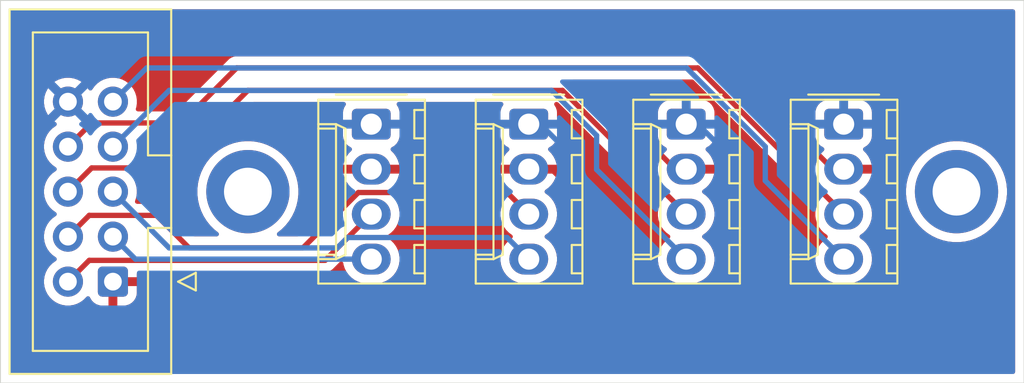
<source format=kicad_pcb>
(kicad_pcb (version 20241229) (generator "pcbnew") (generator_version "9.0")
  (layers (0 "F.Cu" signal) (2 "B.Cu" signal) (13 "F.Paste" user) (15 "B.Paste" user) (5 "F.SilkS" user "F.Silkscreen") (7 "B.SilkS" user "B.Silkscreen") (1 "F.Mask" user) (3 "B.Mask" user) (25 "Edge.Cuts" user))
  (net 0 "")
  (net 3 "/PIN_8")
  (net 4 "/PIN_2")
  (net 5 "/PIN_4")
  (net 6 "/PIN_6")
  (net 7 "/PIN_3")
  (net 8 "/PIN_7")
  (net 9 "/PIN_5")
  (net 10 "/POWER")
  (net 11 "/GND")
  (net 12 "/PIN_1")
  (footprint "MountingHole:MountingHole_2.7mm_M2.5_DIN965_Pad" (layer "F.Cu") (at 102.235 88.9)
    (property "Reference" "H3" (hide yes))
    (property "Value" "MountingHole_Pad" (hide yes))
    (pad "1" thru_hole circle (at 0 0) (size 4.7 4.7) (drill 2.7) (layers "*.Cu" "*.Mask"))
  )
  (footprint "Connector_Molex:Molex_KK-254_AE-6410-04A_1x04_P2.54mm_Vertical" (layer "F.Cu") (at 109.2 85.09 -90)
    (property "Reference" "J10" (hide yes))
    (property "Value" "1")
    (fp_line (start -1.38 2.99) (end 9 2.99) (stroke (width 0.12)) (layer "F.SilkS"))
    (fp_line (start 0 2.99) (end 0 1.99) (stroke (width 0.12)) (layer "F.SilkS"))
    (fp_line (start 0.25 2.99) (end 0.25 1.99) (stroke (width 0.12)) (layer "F.SilkS"))
    (fp_line (start 7.37 2.99) (end 7.37 1.99) (stroke (width 0.12)) (layer "F.SilkS"))
    (fp_line (start 9 2.99) (end 9 -3.03) (stroke (width 0.12)) (layer "F.SilkS"))
    (fp_line (start 0 1.99) (end 7.62 1.99) (stroke (width 0.12)) (layer "F.SilkS"))
    (fp_line (start 0 1.99) (end 0.25 1.46) (stroke (width 0.12)) (layer "F.SilkS"))
    (fp_line (start 7.62 1.99) (end 7.62 2.99) (stroke (width 0.12)) (layer "F.SilkS"))
    (fp_line (start 0.25 1.46) (end 7.37 1.46) (stroke (width 0.12)) (layer "F.SilkS"))
    (fp_line (start 7.37 1.46) (end 7.62 1.99) (stroke (width 0.12)) (layer "F.SilkS"))
    (fp_line (start -1.67 -2) (end -1.67 2) (stroke (width 0.12)) (layer "F.SilkS"))
    (fp_line (start -0.8 -2.43) (end 0.8 -2.43) (stroke (width 0.12)) (layer "F.SilkS"))
    (fp_line (start 0.8 -2.43) (end 0.8 -3.03) (stroke (width 0.12)) (layer "F.SilkS"))
    (fp_line (start 1.74 -2.43) (end 3.34 -2.43) (stroke (width 0.12)) (layer "F.SilkS"))
    (fp_line (start 3.34 -2.43) (end 3.34 -3.03) (stroke (width 0.12)) (layer "F.SilkS"))
    (fp_line (start 4.28 -2.43) (end 5.88 -2.43) (stroke (width 0.12)) (layer "F.SilkS"))
    (fp_line (start 5.88 -2.43) (end 5.88 -3.03) (stroke (width 0.12)) (layer "F.SilkS"))
    (fp_line (start 6.82 -2.43) (end 8.42 -2.43) (stroke (width 0.12)) (layer "F.SilkS"))
    (fp_line (start 8.42 -2.43) (end 8.42 -3.03) (stroke (width 0.12)) (layer "F.SilkS"))
    (fp_line (start -1.38 -3.03) (end -1.38 2.99) (stroke (width 0.12)) (layer "F.SilkS"))
    (fp_line (start -0.8 -3.03) (end -0.8 -2.43) (stroke (width 0.12)) (layer "F.SilkS"))
    (fp_line (start 1.74 -3.03) (end 1.74 -2.43) (stroke (width 0.12)) (layer "F.SilkS"))
    (fp_line (start 4.28 -3.03) (end 4.28 -2.43) (stroke (width 0.12)) (layer "F.SilkS"))
    (fp_line (start 6.82 -3.03) (end 6.82 -2.43) (stroke (width 0.12)) (layer "F.SilkS"))
    (fp_line (start 9 -3.03) (end -1.38 -3.03) (stroke (width 0.12)) (layer "F.SilkS"))
    (pad "1" thru_hole roundrect (at 0 0 270) (size 1.74 2.19) (drill 1.19) (layers "*.Cu" "*.Mask") (roundrect_rratio 0.143678) (net 10 "/POWER"))
    (pad "2" thru_hole oval (at 2.54 0 270) (size 1.74 2.19) (drill 1.19) (layers "*.Cu" "*.Mask") (net 11 "/GND"))
    (pad "3" thru_hole oval (at 5.08 0 270) (size 1.74 2.19) (drill 1.19) (layers "*.Cu" "*.Mask") (net 12 "/PIN_1"))
    (pad "4" thru_hole oval (at 7.62 0 270) (size 1.74 2.19) (drill 1.19) (layers "*.Cu" "*.Mask") (net 4 "/PIN_2"))
  )
  (footprint "Connector_Molex:Molex_KK-254_AE-6410-04A_1x04_P2.54mm_Vertical" (layer "F.Cu") (at 126.98 85.09 -90)
    (property "Reference" "J12" (hide yes))
    (property "Value" "3")
    (fp_line (start -1.38 2.99) (end 9 2.99) (stroke (width 0.12)) (layer "F.SilkS"))
    (fp_line (start 0 2.99) (end 0 1.99) (stroke (width 0.12)) (layer "F.SilkS"))
    (fp_line (start 0.25 2.99) (end 0.25 1.99) (stroke (width 0.12)) (layer "F.SilkS"))
    (fp_line (start 7.37 2.99) (end 7.37 1.99) (stroke (width 0.12)) (layer "F.SilkS"))
    (fp_line (start 9 2.99) (end 9 -3.03) (stroke (width 0.12)) (layer "F.SilkS"))
    (fp_line (start 0 1.99) (end 7.62 1.99) (stroke (width 0.12)) (layer "F.SilkS"))
    (fp_line (start 0 1.99) (end 0.25 1.46) (stroke (width 0.12)) (layer "F.SilkS"))
    (fp_line (start 7.62 1.99) (end 7.62 2.99) (stroke (width 0.12)) (layer "F.SilkS"))
    (fp_line (start 0.25 1.46) (end 7.37 1.46) (stroke (width 0.12)) (layer "F.SilkS"))
    (fp_line (start 7.37 1.46) (end 7.62 1.99) (stroke (width 0.12)) (layer "F.SilkS"))
    (fp_line (start -1.67 -2) (end -1.67 2) (stroke (width 0.12)) (layer "F.SilkS"))
    (fp_line (start -0.8 -2.43) (end 0.8 -2.43) (stroke (width 0.12)) (layer "F.SilkS"))
    (fp_line (start 0.8 -2.43) (end 0.8 -3.03) (stroke (width 0.12)) (layer "F.SilkS"))
    (fp_line (start 1.74 -2.43) (end 3.34 -2.43) (stroke (width 0.12)) (layer "F.SilkS"))
    (fp_line (start 3.34 -2.43) (end 3.34 -3.03) (stroke (width 0.12)) (layer "F.SilkS"))
    (fp_line (start 4.28 -2.43) (end 5.88 -2.43) (stroke (width 0.12)) (layer "F.SilkS"))
    (fp_line (start 5.88 -2.43) (end 5.88 -3.03) (stroke (width 0.12)) (layer "F.SilkS"))
    (fp_line (start 6.82 -2.43) (end 8.42 -2.43) (stroke (width 0.12)) (layer "F.SilkS"))
    (fp_line (start 8.42 -2.43) (end 8.42 -3.03) (stroke (width 0.12)) (layer "F.SilkS"))
    (fp_line (start -1.38 -3.03) (end -1.38 2.99) (stroke (width 0.12)) (layer "F.SilkS"))
    (fp_line (start -0.8 -3.03) (end -0.8 -2.43) (stroke (width 0.12)) (layer "F.SilkS"))
    (fp_line (start 1.74 -3.03) (end 1.74 -2.43) (stroke (width 0.12)) (layer "F.SilkS"))
    (fp_line (start 4.28 -3.03) (end 4.28 -2.43) (stroke (width 0.12)) (layer "F.SilkS"))
    (fp_line (start 6.82 -3.03) (end 6.82 -2.43) (stroke (width 0.12)) (layer "F.SilkS"))
    (fp_line (start 9 -3.03) (end -1.38 -3.03) (stroke (width 0.12)) (layer "F.SilkS"))
    (pad "1" thru_hole roundrect (at 0 0 270) (size 1.74 2.19) (drill 1.19) (layers "*.Cu" "*.Mask") (roundrect_rratio 0.143678) (net 10 "/POWER"))
    (pad "2" thru_hole oval (at 2.54 0 270) (size 1.74 2.19) (drill 1.19) (layers "*.Cu" "*.Mask") (net 11 "/GND"))
    (pad "3" thru_hole oval (at 5.08 0 270) (size 1.74 2.19) (drill 1.19) (layers "*.Cu" "*.Mask") (net 9 "/PIN_5"))
    (pad "4" thru_hole oval (at 7.62 0 270) (size 1.74 2.19) (drill 1.19) (layers "*.Cu" "*.Mask") (net 6 "/PIN_6"))
  )
  (footprint "Connector_Molex:Molex_KK-254_AE-6410-04A_1x04_P2.54mm_Vertical" (layer "F.Cu") (at 135.87 85.09 -90)
    (property "Reference" "J13" (hide yes))
    (property "Value" "4")
    (fp_line (start -1.38 2.99) (end 9 2.99) (stroke (width 0.12)) (layer "F.SilkS"))
    (fp_line (start 0 2.99) (end 0 1.99) (stroke (width 0.12)) (layer "F.SilkS"))
    (fp_line (start 0.25 2.99) (end 0.25 1.99) (stroke (width 0.12)) (layer "F.SilkS"))
    (fp_line (start 7.37 2.99) (end 7.37 1.99) (stroke (width 0.12)) (layer "F.SilkS"))
    (fp_line (start 9 2.99) (end 9 -3.03) (stroke (width 0.12)) (layer "F.SilkS"))
    (fp_line (start 0 1.99) (end 7.62 1.99) (stroke (width 0.12)) (layer "F.SilkS"))
    (fp_line (start 0 1.99) (end 0.25 1.46) (stroke (width 0.12)) (layer "F.SilkS"))
    (fp_line (start 7.62 1.99) (end 7.62 2.99) (stroke (width 0.12)) (layer "F.SilkS"))
    (fp_line (start 0.25 1.46) (end 7.37 1.46) (stroke (width 0.12)) (layer "F.SilkS"))
    (fp_line (start 7.37 1.46) (end 7.62 1.99) (stroke (width 0.12)) (layer "F.SilkS"))
    (fp_line (start -1.67 -2) (end -1.67 2) (stroke (width 0.12)) (layer "F.SilkS"))
    (fp_line (start -0.8 -2.43) (end 0.8 -2.43) (stroke (width 0.12)) (layer "F.SilkS"))
    (fp_line (start 0.8 -2.43) (end 0.8 -3.03) (stroke (width 0.12)) (layer "F.SilkS"))
    (fp_line (start 1.74 -2.43) (end 3.34 -2.43) (stroke (width 0.12)) (layer "F.SilkS"))
    (fp_line (start 3.34 -2.43) (end 3.34 -3.03) (stroke (width 0.12)) (layer "F.SilkS"))
    (fp_line (start 4.28 -2.43) (end 5.88 -2.43) (stroke (width 0.12)) (layer "F.SilkS"))
    (fp_line (start 5.88 -2.43) (end 5.88 -3.03) (stroke (width 0.12)) (layer "F.SilkS"))
    (fp_line (start 6.82 -2.43) (end 8.42 -2.43) (stroke (width 0.12)) (layer "F.SilkS"))
    (fp_line (start 8.42 -2.43) (end 8.42 -3.03) (stroke (width 0.12)) (layer "F.SilkS"))
    (fp_line (start -1.38 -3.03) (end -1.38 2.99) (stroke (width 0.12)) (layer "F.SilkS"))
    (fp_line (start -0.8 -3.03) (end -0.8 -2.43) (stroke (width 0.12)) (layer "F.SilkS"))
    (fp_line (start 1.74 -3.03) (end 1.74 -2.43) (stroke (width 0.12)) (layer "F.SilkS"))
    (fp_line (start 4.28 -3.03) (end 4.28 -2.43) (stroke (width 0.12)) (layer "F.SilkS"))
    (fp_line (start 6.82 -3.03) (end 6.82 -2.43) (stroke (width 0.12)) (layer "F.SilkS"))
    (fp_line (start 9 -3.03) (end -1.38 -3.03) (stroke (width 0.12)) (layer "F.SilkS"))
    (pad "1" thru_hole roundrect (at 0 0 270) (size 1.74 2.19) (drill 1.19) (layers "*.Cu" "*.Mask") (roundrect_rratio 0.143678) (net 10 "/POWER"))
    (pad "2" thru_hole oval (at 2.54 0 270) (size 1.74 2.19) (drill 1.19) (layers "*.Cu" "*.Mask") (net 11 "/GND"))
    (pad "3" thru_hole oval (at 5.08 0 270) (size 1.74 2.19) (drill 1.19) (layers "*.Cu" "*.Mask") (net 8 "/PIN_7"))
    (pad "4" thru_hole oval (at 7.62 0 270) (size 1.74 2.19) (drill 1.19) (layers "*.Cu" "*.Mask") (net 3 "/PIN_8"))
  )
  (footprint "Connector_IDC:IDC-Header_2x05_P2.54mm_Vertical" (layer "F.Cu") (at 94.615 93.98 180)
    (property "Reference" "J1" (hide yes))
    (property "Value" "Conn_02x05_Odd_Even" (hide yes))
    (fp_line (start 5.83 15.37) (end -3.29 15.37) (stroke (width 0.12)) (layer "F.SilkS"))
    (fp_line (start 5.83 -5.21) (end 5.83 15.37) (stroke (width 0.12)) (layer "F.SilkS"))
    (fp_line (start 4.52 14.07) (end -1.98 14.07) (stroke (width 0.12)) (layer "F.SilkS"))
    (fp_line (start 4.52 -3.91) (end 4.52 14.07) (stroke (width 0.12)) (layer "F.SilkS"))
    (fp_line (start -1.98 14.07) (end -1.98 7.13) (stroke (width 0.12)) (layer "F.SilkS"))
    (fp_line (start -1.98 7.13) (end -1.98 7.13) (stroke (width 0.12)) (layer "F.SilkS"))
    (fp_line (start -1.98 7.13) (end -3.29 7.13) (stroke (width 0.12)) (layer "F.SilkS"))
    (fp_line (start -1.98 3.03) (end -1.98 -3.91) (stroke (width 0.12)) (layer "F.SilkS"))
    (fp_line (start -1.98 -3.91) (end 4.52 -3.91) (stroke (width 0.12)) (layer "F.SilkS"))
    (fp_line (start -3.29 15.37) (end -3.29 -5.21) (stroke (width 0.12)) (layer "F.SilkS"))
    (fp_line (start -3.29 3.03) (end -1.98 3.03) (stroke (width 0.12)) (layer "F.SilkS"))
    (fp_line (start -3.29 -5.21) (end 5.83 -5.21) (stroke (width 0.12)) (layer "F.SilkS"))
    (fp_line (start -3.68 0) (end -4.68 -0.5) (stroke (width 0.12)) (layer "F.SilkS"))
    (fp_line (start -4.68 0.5) (end -3.68 0) (stroke (width 0.12)) (layer "F.SilkS"))
    (fp_line (start -4.68 -0.5) (end -4.68 0.5) (stroke (width 0.12)) (layer "F.SilkS"))
    (pad "1" thru_hole roundrect (at 0 0 180) (size 1.7 1.7) (drill 1) (layers "*.Cu" "*.Mask") (roundrect_rratio 0.147059) (net 11 "/GND"))
    (pad "2" thru_hole circle (at 2.54 0 180) (size 1.7 1.7) (drill 1) (layers "*.Cu" "*.Mask") (net 12 "/PIN_1"))
    (pad "3" thru_hole circle (at 0 2.54 180) (size 1.7 1.7) (drill 1) (layers "*.Cu" "*.Mask") (net 4 "/PIN_2"))
    (pad "4" thru_hole circle (at 2.54 2.54 180) (size 1.7 1.7) (drill 1) (layers "*.Cu" "*.Mask") (net 7 "/PIN_3"))
    (pad "5" thru_hole circle (at 0 5.08 180) (size 1.7 1.7) (drill 1) (layers "*.Cu" "*.Mask") (net 5 "/PIN_4"))
    (pad "6" thru_hole circle (at 2.54 5.08 180) (size 1.7 1.7) (drill 1) (layers "*.Cu" "*.Mask") (net 9 "/PIN_5"))
    (pad "7" thru_hole circle (at 0 7.62 180) (size 1.7 1.7) (drill 1) (layers "*.Cu" "*.Mask") (net 6 "/PIN_6"))
    (pad "8" thru_hole circle (at 2.54 7.62 180) (size 1.7 1.7) (drill 1) (layers "*.Cu" "*.Mask") (net 8 "/PIN_7"))
    (pad "9" thru_hole circle (at 0 10.16 180) (size 1.7 1.7) (drill 1) (layers "*.Cu" "*.Mask") (net 3 "/PIN_8"))
    (pad "10" thru_hole circle (at 2.54 10.16 180) (size 1.7 1.7) (drill 1) (layers "*.Cu" "*.Mask") (net 10 "/POWER"))
  )
  (footprint "MountingHole:MountingHole_2.7mm_M2.5_DIN965_Pad" (layer "F.Cu") (at 142.24 88.9)
    (property "Reference" "H1" (hide yes))
    (property "Value" "MountingHole_Pad" (hide yes))
    (pad "1" thru_hole circle (at 0 0) (size 4.7 4.7) (drill 2.7) (layers "*.Cu" "*.Mask"))
  )
  (footprint "Connector_Molex:Molex_KK-254_AE-6410-04A_1x04_P2.54mm_Vertical" (layer "F.Cu") (at 118.09 85.09 -90)
    (property "Reference" "J11" (hide yes))
    (property "Value" "2")
    (fp_line (start -1.38 2.99) (end 9 2.99) (stroke (width 0.12)) (layer "F.SilkS"))
    (fp_line (start 0 2.99) (end 0 1.99) (stroke (width 0.12)) (layer "F.SilkS"))
    (fp_line (start 0.25 2.99) (end 0.25 1.99) (stroke (width 0.12)) (layer "F.SilkS"))
    (fp_line (start 7.37 2.99) (end 7.37 1.99) (stroke (width 0.12)) (layer "F.SilkS"))
    (fp_line (start 9 2.99) (end 9 -3.03) (stroke (width 0.12)) (layer "F.SilkS"))
    (fp_line (start 0 1.99) (end 7.62 1.99) (stroke (width 0.12)) (layer "F.SilkS"))
    (fp_line (start 0 1.99) (end 0.25 1.46) (stroke (width 0.12)) (layer "F.SilkS"))
    (fp_line (start 7.62 1.99) (end 7.62 2.99) (stroke (width 0.12)) (layer "F.SilkS"))
    (fp_line (start 0.25 1.46) (end 7.37 1.46) (stroke (width 0.12)) (layer "F.SilkS"))
    (fp_line (start 7.37 1.46) (end 7.62 1.99) (stroke (width 0.12)) (layer "F.SilkS"))
    (fp_line (start -1.67 -2) (end -1.67 2) (stroke (width 0.12)) (layer "F.SilkS"))
    (fp_line (start -0.8 -2.43) (end 0.8 -2.43) (stroke (width 0.12)) (layer "F.SilkS"))
    (fp_line (start 0.8 -2.43) (end 0.8 -3.03) (stroke (width 0.12)) (layer "F.SilkS"))
    (fp_line (start 1.74 -2.43) (end 3.34 -2.43) (stroke (width 0.12)) (layer "F.SilkS"))
    (fp_line (start 3.34 -2.43) (end 3.34 -3.03) (stroke (width 0.12)) (layer "F.SilkS"))
    (fp_line (start 4.28 -2.43) (end 5.88 -2.43) (stroke (width 0.12)) (layer "F.SilkS"))
    (fp_line (start 5.88 -2.43) (end 5.88 -3.03) (stroke (width 0.12)) (layer "F.SilkS"))
    (fp_line (start 6.82 -2.43) (end 8.42 -2.43) (stroke (width 0.12)) (layer "F.SilkS"))
    (fp_line (start 8.42 -2.43) (end 8.42 -3.03) (stroke (width 0.12)) (layer "F.SilkS"))
    (fp_line (start -1.38 -3.03) (end -1.38 2.99) (stroke (width 0.12)) (layer "F.SilkS"))
    (fp_line (start -0.8 -3.03) (end -0.8 -2.43) (stroke (width 0.12)) (layer "F.SilkS"))
    (fp_line (start 1.74 -3.03) (end 1.74 -2.43) (stroke (width 0.12)) (layer "F.SilkS"))
    (fp_line (start 4.28 -3.03) (end 4.28 -2.43) (stroke (width 0.12)) (layer "F.SilkS"))
    (fp_line (start 6.82 -3.03) (end 6.82 -2.43) (stroke (width 0.12)) (layer "F.SilkS"))
    (fp_line (start 9 -3.03) (end -1.38 -3.03) (stroke (width 0.12)) (layer "F.SilkS"))
    (pad "1" thru_hole roundrect (at 0 0 270) (size 1.74 2.19) (drill 1.19) (layers "*.Cu" "*.Mask") (roundrect_rratio 0.143678) (net 10 "/POWER"))
    (pad "2" thru_hole oval (at 2.54 0 270) (size 1.74 2.19) (drill 1.19) (layers "*.Cu" "*.Mask") (net 11 "/GND"))
    (pad "3" thru_hole oval (at 5.08 0 270) (size 1.74 2.19) (drill 1.19) (layers "*.Cu" "*.Mask") (net 7 "/PIN_3"))
    (pad "4" thru_hole oval (at 7.62 0 270) (size 1.74 2.19) (drill 1.19) (layers "*.Cu" "*.Mask") (net 5 "/PIN_4"))
  )
  (gr_line (start 146.05 99.695) (end 146.05 78.105) (stroke (width 0.05)) (layer "Edge.Cuts"))
  (gr_line (start 88.265 99.695) (end 146.05 99.695) (stroke (width 0.05)) (layer "Edge.Cuts"))
  (gr_line (start 88.265 78.105) (end 88.265 99.695) (stroke (width 0.05)) (layer "Edge.Cuts"))
  (gr_line (start 88.265 78.105) (end 146.05 78.105) (stroke (width 0.05)) (layer "Edge.Cuts"))
  (segment (start 96.52 81.915) (end 127 81.915) (width 0.3) (layer "B.Cu") (net 3))
  (segment (start 94.615 83.82) (end 96.52 81.915) (width 0.3) (layer "B.Cu") (net 3))
  (segment (start 131.445 86.36) (end 131.445 88.285) (width 0.3) (layer "B.Cu") (net 3))
  (segment (start 127 81.915) (end 131.445 86.36) (width 0.3) (layer "B.Cu") (net 3))
  (segment (start 131.445 88.285) (end 135.87 92.71) (width 0.3) (layer "B.Cu") (net 3))
  (segment (start 95.885 92.71) (end 109.2 92.71) (width 0.3) (layer "B.Cu") (net 4))
  (segment (start 94.615 91.44) (end 95.885 92.71) (width 0.3) (layer "B.Cu") (net 4))
  (segment (start 97.79 92.075) (end 107.281622 92.075) (width 0.3) (layer "B.Cu") (net 5))
  (segment (start 94.615 88.9) (end 97.79 92.075) (width 0.3) (layer "B.Cu") (net 5))
  (segment (start 107.867622 91.489) (end 116.869 91.489) (width 0.3) (layer "B.Cu") (net 5))
  (segment (start 116.869 91.489) (end 118.09 92.71) (width 0.3) (layer "B.Cu") (net 5))
  (segment (start 107.281622 92.075) (end 107.867622 91.489) (width 0.3) (layer "B.Cu") (net 5))
  (segment (start 121.92 85.725) (end 121.92 87.65) (width 0.3) (layer "B.Cu") (net 6))
  (segment (start 97.79 83.185) (end 119.38 83.185) (width 0.3) (layer "B.Cu") (net 6))
  (segment (start 121.92 87.65) (end 126.98 92.71) (width 0.3) (layer "B.Cu") (net 6))
  (segment (start 119.38 83.185) (end 121.92 85.725) (width 0.3) (layer "B.Cu") (net 6))
  (segment (start 94.615 86.36) (end 97.79 83.185) (width 0.3) (layer "B.Cu") (net 6))
  (segment (start 116.869 88.949) (end 118.09 90.17) (width 0.3) (layer "F.Cu") (net 7))
  (segment (start 97.076209 90.239) (end 98.912209 92.075) (width 0.3) (layer "F.Cu") (net 7))
  (segment (start 98.912209 92.075) (end 105.343245 92.075) (width 0.3) (layer "F.Cu") (net 7))
  (segment (start 92.075 91.44) (end 93.276 90.239) (width 0.3) (layer "F.Cu") (net 7))
  (segment (start 108.469245 88.949) (end 116.869 88.949) (width 0.3) (layer "F.Cu") (net 7))
  (segment (start 93.276 90.239) (end 97.076209 90.239) (width 0.3) (layer "F.Cu") (net 7))
  (segment (start 105.343245 92.075) (end 108.469245 88.949) (width 0.3) (layer "F.Cu") (net 7))
  (segment (start 135.87 90.15) (end 135.87 90.17) (width 0.3) (layer "F.Cu") (net 8))
  (segment (start 127.635 81.915) (end 135.87 90.15) (width 0.3) (layer "F.Cu") (net 8))
  (segment (start 92.075 86.36) (end 93.414 85.021) (width 0.3) (layer "F.Cu") (net 8))
  (segment (start 101.6 81.915) (end 127.635 81.915) (width 0.3) (layer "F.Cu") (net 8))
  (segment (start 93.414 85.021) (end 98.494 85.021) (width 0.3) (layer "F.Cu") (net 8))
  (segment (start 98.494 85.021) (end 101.6 81.915) (width 0.3) (layer "F.Cu") (net 8))
  (segment (start 102.235 83.185) (end 119.995 83.185) (width 0.3) (layer "F.Cu") (net 9))
  (segment (start 92.075 88.9) (end 93.414 87.561) (width 0.3) (layer "F.Cu") (net 9))
  (segment (start 93.414 87.561) (end 97.859 87.561) (width 0.3) (layer "F.Cu") (net 9))
  (segment (start 119.995 83.185) (end 126.98 90.17) (width 0.3) (layer "F.Cu") (net 9))
  (segment (start 97.859 87.561) (end 102.235 83.185) (width 0.3) (layer "F.Cu") (net 9))
  (segment (start 133.985 85.09) (end 133.35 84.455) (width 0.3) (layer "B.Cu") (net 10))
  (segment (start 124.46 85.09) (end 123.825 84.455) (width 0.3) (layer "B.Cu") (net 10))
  (segment (start 109.2 85.09) (end 104.775 85.09) (width 0.3) (layer "B.Cu") (net 10))
  (segment (start 127.635 85.09) (end 129.54 86.995) (width 0.3) (layer "B.Cu") (net 10))
  (segment (start 109.2 85.09) (end 118.09 85.09) (width 0.3) (layer "B.Cu") (net 10))
  (segment (start 124.46 85.09) (end 126.98 85.09) (width 0.3) (layer "B.Cu") (net 10))
  (segment (start 118.745 85.09) (end 120.015 86.36) (width 0.3) (layer "B.Cu") (net 10))
  (segment (start 126.98 85.09) (end 127.635 85.09) (width 0.3) (layer "B.Cu") (net 10))
  (segment (start 135.87 85.09) (end 138.43 85.09) (width 0.3) (layer "B.Cu") (net 10))
  (segment (start 118.09 85.09) (end 118.745 85.09) (width 0.3) (layer "B.Cu") (net 10))
  (segment (start 106.68 87.63) (end 109.2 87.63) (width 0.3) (layer "F.Cu") (net 11))
  (segment (start 126.365 87.63) (end 130.175 87.63) (width 0.3) (layer "F.Cu") (net 11))
  (segment (start 137.795 87.63) (end 135.87 87.63) (width 0.3) (layer "F.Cu") (net 11))
  (segment (start 135.255 87.63) (end 132.715 85.09) (width 0.3) (layer "F.Cu") (net 11))
  (segment (start 113.665 86.36) (end 114.935 87.63) (width 0.3) (layer "F.Cu") (net 11))
  (segment (start 137.795 87.63) (end 139.065 86.36) (width 0.3) (layer "F.Cu") (net 11))
  (segment (start 119.38 87.63) (end 121.92 90.17) (width 0.3) (layer "F.Cu") (net 11))
  (segment (start 126.98 87.63) (end 126.365 87.63) (width 0.3) (layer "F.Cu") (net 11))
  (segment (start 109.2 87.63) (end 112.395 87.63) (width 0.3) (layer "F.Cu") (net 11))
  (segment (start 106.68 87.63) (end 105.41 86.36) (width 0.3) (layer "F.Cu") (net 11))
  (segment (start 126.365 87.63) (end 124.46 85.725) (width 0.3) (layer "F.Cu") (net 11))
  (segment (start 118.09 87.63) (end 119.38 87.63) (width 0.3) (layer "F.Cu") (net 11))
  (segment (start 114.935 87.63) (end 118.09 87.63) (width 0.3) (layer "F.Cu") (net 11))
  (segment (start 112.395 87.63) (end 113.665 86.36) (width 0.3) (layer "F.Cu") (net 11))
  (segment (start 92.075 93.98) (end 93.276 92.779) (width 0.3) (layer "F.Cu") (net 12))
  (segment (start 106.591 92.779) (end 109.2 90.17) (width 0.3) (layer "F.Cu") (net 12))
  (segment (start 93.276 92.779) (end 106.591 92.779) (width 0.3) (layer "F.Cu") (net 12))
  (zone (net 11) (net_name "/GND") (layer "F.Cu") (connect_pads (clearance 0.5)) (min_thickness 0.25) (fill yes (thermal_gap 0.5) (thermal_bridge_width 0.5) (island_removal_mode 2) (island_area_min 10))
    (polygon (pts (xy 88.265 78.105) (xy 146.05 78.105) (xy 146.05 99.695) (xy 88.265 99.695)))
  )
  (zone (net 10) (net_name "/POWER") (layer "B.Cu") (priority 1) (connect_pads (clearance 0.5)) (min_thickness 0.25) (fill yes (thermal_gap 0.5) (thermal_bridge_width 0.5) (island_removal_mode 2) (island_area_min 10))
    (polygon (pts (xy 88.265 78.105) (xy 146.05 78.105) (xy 146.05 99.695) (xy 88.265 99.695)))
  )
)
</source>
